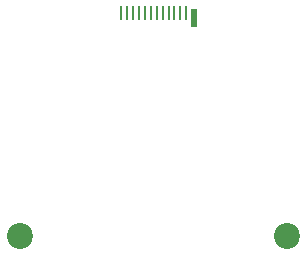
<source format=gbr>
%TF.GenerationSoftware,KiCad,Pcbnew,9.0.4*%
%TF.CreationDate,2025-09-22T11:49:05+02:00*%
%TF.ProjectId,Expansion_Card_typec,45787061-6e73-4696-9f6e-5f436172645f,X1*%
%TF.SameCoordinates,Original*%
%TF.FileFunction,Soldermask,Bot*%
%TF.FilePolarity,Negative*%
%FSLAX46Y46*%
G04 Gerber Fmt 4.6, Leading zero omitted, Abs format (unit mm)*
G04 Created by KiCad (PCBNEW 9.0.4) date 2025-09-22 11:49:05*
%MOMM*%
%LPD*%
G01*
G04 APERTURE LIST*
%ADD10R,0.600000X1.550000*%
%ADD11R,0.250000X1.300000*%
%ADD12C,2.200000*%
G04 APERTURE END LIST*
D10*
%TO.C,P1*%
X143400000Y-128072500D03*
D11*
X142750000Y-127647500D03*
X142250000Y-127647500D03*
X141750000Y-127647500D03*
X141250000Y-127647500D03*
X140750000Y-127647500D03*
X140250000Y-127647500D03*
X139750000Y-127647500D03*
X139250000Y-127647500D03*
X138750000Y-127647500D03*
X138250000Y-127647500D03*
X137750000Y-127647500D03*
X137250000Y-127647500D03*
%TD*%
D12*
%TO.C,H1*%
X128700000Y-146500000D03*
%TD*%
%TO.C,H2*%
X151300000Y-146500000D03*
%TD*%
M02*

</source>
